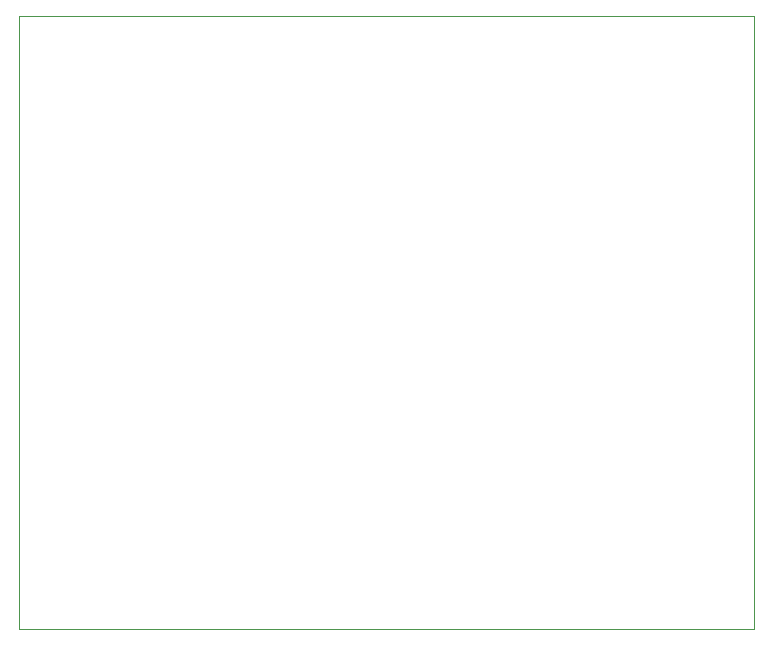
<source format=gbr>
%TF.GenerationSoftware,KiCad,Pcbnew,7.0.2-0*%
%TF.CreationDate,2023-11-27T08:52:52-05:00*%
%TF.ProjectId,PowerSupply,506f7765-7253-4757-9070-6c792e6b6963,rev?*%
%TF.SameCoordinates,Original*%
%TF.FileFunction,Profile,NP*%
%FSLAX46Y46*%
G04 Gerber Fmt 4.6, Leading zero omitted, Abs format (unit mm)*
G04 Created by KiCad (PCBNEW 7.0.2-0) date 2023-11-27 08:52:52*
%MOMM*%
%LPD*%
G01*
G04 APERTURE LIST*
%TA.AperFunction,Profile*%
%ADD10C,0.100000*%
%TD*%
G04 APERTURE END LIST*
D10*
X124460000Y-44069000D02*
X186690000Y-44069000D01*
X186690000Y-96012000D02*
X124460000Y-96012000D01*
X124460000Y-96012000D02*
X124460000Y-44069000D01*
X186690000Y-44069000D02*
X186690000Y-96012000D01*
M02*

</source>
